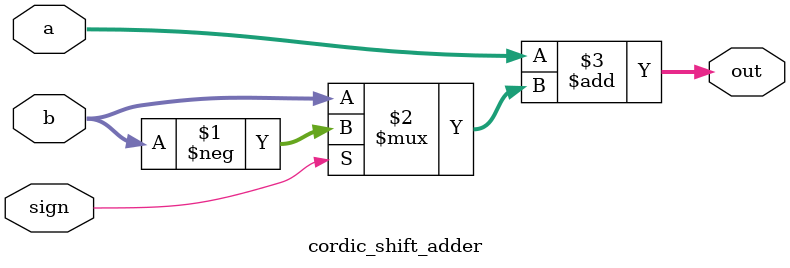
<source format=v>

module cordic_shift_adder( a, b, out, sign );

parameter A_WIDTH  = 16;
parameter B_WIDTH  = 16;
parameter O_WIDTH  = 16;

// Since b is typically a smaller bit-width than a, we use a signed data type
// to properly sign-extend b to match a. Does this defeat savings achieved 
// by bit trimming?
input  wire signed [ A_WIDTH-1:0 ] a; 
input  wire signed [ B_WIDTH-1:0 ] b;
output wire [ O_WIDTH-1:0 ] out;
input  wire sign;

// Simple add/substract operation controlled by sign
assign out = a + ( sign ? -b : b ) ;

endmodule

</source>
